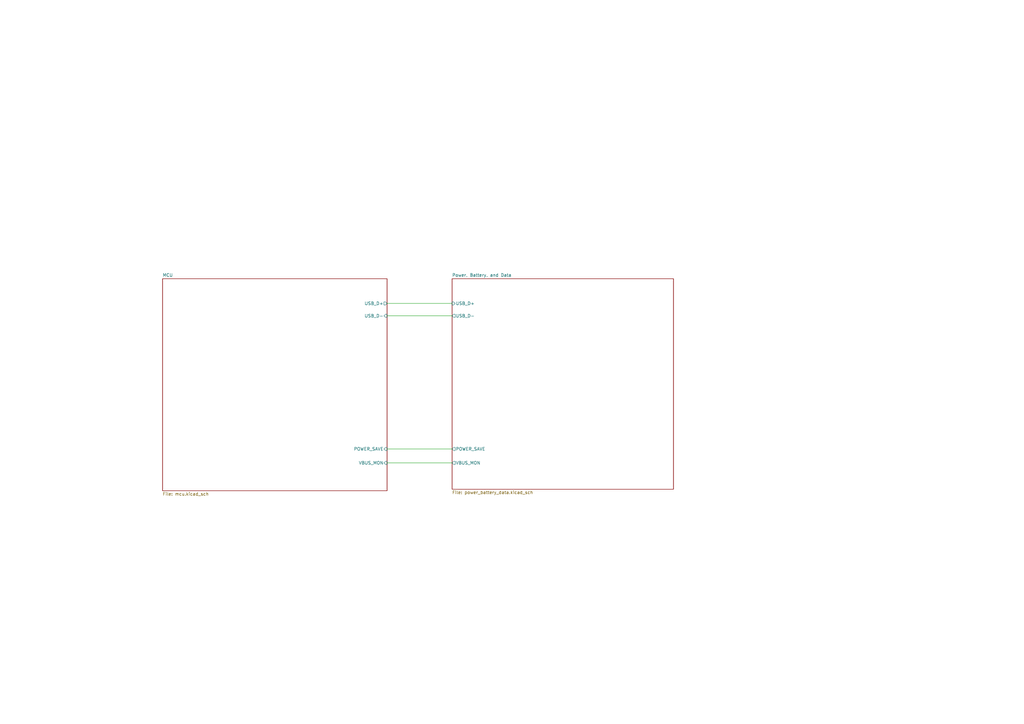
<source format=kicad_sch>
(kicad_sch (version 20230121) (generator eeschema)
  (paper "A3")
  (title_block (title "RamaPotchi") (date "2023-12-21") (rev "0.3") (company "Goblin Hardwerks"))
  (lib_symbols)
  (wire (pts (xy 158.75 124.46) (xy 185.42 124.46)))
  (wire (pts (xy 158.75 189.865) (xy 185.42 189.865)))
  (wire (pts (xy 158.75 129.54) (xy 185.42 129.54)))
  (wire (pts (xy 158.75 184.15) (xy 185.42 184.15)))
  (sheet (at 66.675 114.3) (size 92.075 86.995) (stroke (width 0.1524))
    (property "Sheetname" "MCU" (at 66.675 113.5884 0) (effects (justify left bottom)))
    (property "Sheetfile" "mcu.kicad_sch" (at 66.675 201.8796 0) (effects (justify left top)))
    (pin "USB_D+" output (at 158.75 124.46 0))
    (pin "USB_D-" input (at 158.75 129.54 0))
    (pin "VBUS_MON" input (at 158.75 189.865 0))
    (pin "POWER_SAVE" input (at 158.75 184.15 0))
  )
  (sheet (at 185.42 114.3) (size 90.805 86.36) (stroke (width 0.1524))
    (property "Sheetname" "Power, Battery, and Data" (at 185.42 113.5884 0) (effects (justify left bottom)))
    (property "Sheetfile" "power_battery_data.kicad_sch" (at 185.42 201.2446 0) (effects (justify left top)))
    (pin "USB_D+" input (at 185.42 124.46 180))
    (pin "USB_D-" output (at 185.42 129.54 180))
    (pin "VBUS_MON" output (at 185.42 189.865 180))
    (pin "POWER_SAVE" output (at 185.42 184.15 180))
  )
)
</source>
